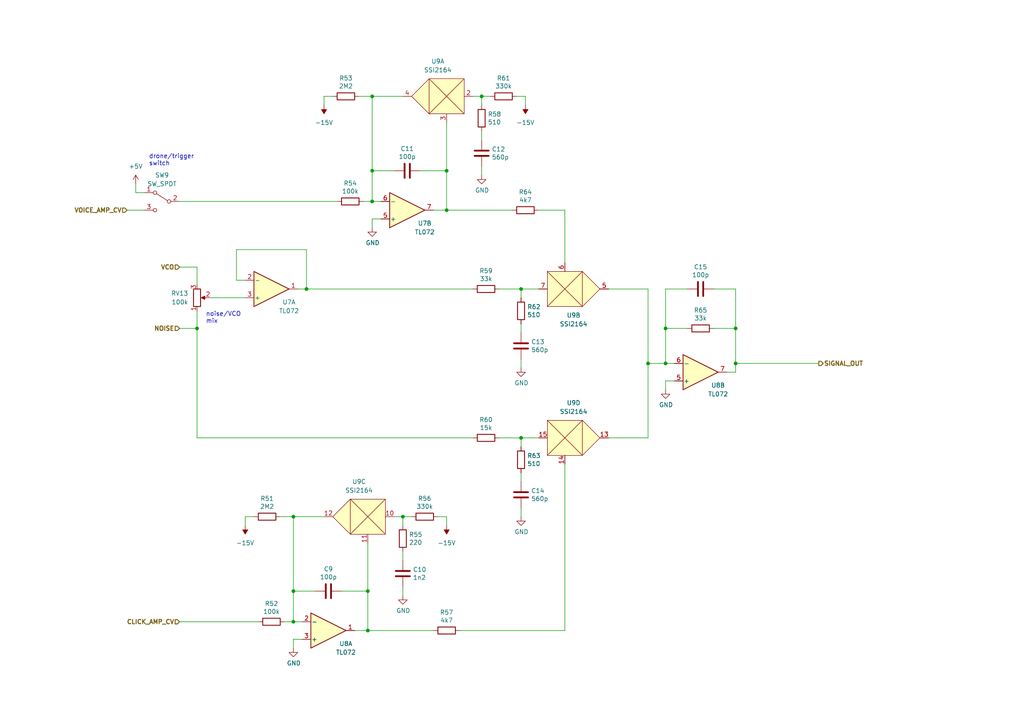
<source format=kicad_sch>
(kicad_sch (version 20230121) (generator eeschema)
  (paper "A4")
  (title_block (title "J.P. Fundrums") (date "2023-02-02") (rev "0") (comment 1 "creativecommons.org/licences/by/4.0/") (comment 2 "Licence: CC by 4.0") (comment 3 "Author: Jordan Aceto"))
  (lib_symbols
    (symbol "Amplifier_Operational:TL072" (pin_names (offset 0.127))
      (property "Reference" "U" (at 0 5.08 0))
      (property "Value" "TL072" (at 0 -5.08 0))
      (symbol "TL072_1_1"
        (polyline (pts (xy -5.08 5.08) (xy 5.08 0) (xy -5.08 -5.08) (xy -5.08 5.08)) (stroke (width 0.254)) (fill (type background)))
        (pin output line (at 7.62 0 180) (length 2.54) (name "~") (number "1"))
        (pin input line (at -7.62 -2.54 0) (length 2.54) (name "-") (number "2"))
        (pin input line (at -7.62 2.54 0) (length 2.54) (name "+") (number "3"))
      )
      (symbol "TL072_2_1"
        (polyline (pts (xy -5.08 5.08) (xy 5.08 0) (xy -5.08 -5.08) (xy -5.08 5.08)) (stroke (width 0.254)) (fill (type background)))
        (pin input line (at -7.62 2.54 0) (length 2.54) (name "+") (number "5"))
        (pin input line (at -7.62 -2.54 0) (length 2.54) (name "-") (number "6"))
        (pin output line (at 7.62 0 180) (length 2.54) (name "~") (number "7"))
      )
      (symbol "TL072_3_1"
        (pin power_in line (at -2.54 -7.62 90) (length 3.81) (name "V-") (number "4"))
        (pin power_in line (at -2.54 7.62 270) (length 3.81) (name "V+") (number "8"))
      )
    )
    (symbol "Device:C" (pin_numbers hide) (pin_names (offset 0.254))
      (property "Reference" "C" (at 0.635 2.54 0))
      (property "Value" "C" (at 0.635 -2.54 0))
      (symbol "C_0_1"
        (polyline (pts (xy -2.032 -0.762) (xy 2.032 -0.762)) (stroke (width 0.508)))
        (polyline (pts (xy -2.032 0.762) (xy 2.032 0.762)) (stroke (width 0.508)))
      )
      (symbol "C_1_1"
        (pin passive line (at 0 3.81 270) (length 2.794) (name "~") (number "1"))
        (pin passive line (at 0 -3.81 90) (length 2.794) (name "~") (number "2"))
      )
    )
    (symbol "Device:R" (pin_numbers hide) (pin_names (offset 0))
      (property "Reference" "R" (at 2.032 0 90))
      (property "Value" "R" (at 0 0 90))
      (symbol "R_0_1"
        (rectangle (start -1.016 -2.54) (end 1.016 2.54) (stroke (width 0.254)))
      )
      (symbol "R_1_1"
        (pin passive line (at 0 3.81 270) (length 1.27) (name "~") (number "1"))
        (pin passive line (at 0 -3.81 90) (length 1.27) (name "~") (number "2"))
      )
    )
    (symbol "Device:R_Potentiometer" (pin_names (offset 1.016) hide)
      (property "Reference" "RV" (at -4.445 0 90))
      (property "Value" "R_Potentiometer" (at -2.54 0 90))
      (symbol "R_Potentiometer_0_1"
        (polyline (pts (xy 2.54 0) (xy 1.524 0)))
        (polyline (pts (xy 1.143 0) (xy 2.286 0.508) (xy 2.286 -0.508) (xy 1.143 0)) (fill (type outline)))
        (rectangle (start 1.016 2.54) (end -1.016 -2.54) (stroke (width 0.254)))
      )
      (symbol "R_Potentiometer_1_1"
        (pin passive line (at 0 3.81 270) (length 1.27) (name "1") (number "1"))
        (pin passive line (at 3.81 0 180) (length 1.27) (name "2") (number "2"))
        (pin passive line (at 0 -3.81 90) (length 1.27) (name "3") (number "3"))
      )
    )
    (symbol "Switch:SW_SPDT" (pin_names (offset 0) hide)
      (property "Reference" "SW" (at 0 4.318 0))
      (property "Value" "SW_SPDT" (at 0 -5.08 0))
      (symbol "SW_SPDT_0_0"
        (circle (center -2.032 0) (radius 0.508))
        (circle (center 2.032 -2.54) (radius 0.508))
      )
      (symbol "SW_SPDT_0_1"
        (polyline (pts (xy -1.524 0.254) (xy 1.651 2.286)))
        (circle (center 2.032 2.54) (radius 0.508))
      )
      (symbol "SW_SPDT_1_1"
        (pin passive line (at 5.08 2.54 180) (length 2.54) (name "A") (number "1"))
        (pin passive line (at -5.08 0 0) (length 2.54) (name "B") (number "2"))
        (pin passive line (at 5.08 -2.54 180) (length 2.54) (name "C") (number "3"))
      )
    )
    (symbol "custom_symbols:SSI2164" (pin_names (offset 1.016))
      (property "Reference" "U?" (at 2.54 10.16 0))
      (property "Value" "SSI2164" (at 2.54 7.62 0))
      (symbol "SSI2164_1_1"
        (rectangle (start -5.08 5.08) (end 5.08 -5.08) (fill (type background)))
        (polyline (pts (xy 5.08 5.08) (xy -5.08 -5.08)))
        (polyline (pts (xy 5.08 5.08) (xy 10.16 0) (xy 5.08 -5.08) (xy -5.08 5.08)) (fill (type background)))
        (pin input line (at -7.62 0 0) (length 2.54) (name "~") (number "2"))
        (pin input line (at 0 -7.62 90) (length 2.54) (name "~") (number "3"))
        (pin output line (at 12.7 0 180) (length 2.54) (name "~") (number "4"))
      )
      (symbol "SSI2164_2_1"
        (rectangle (start -5.08 5.08) (end 5.08 -5.08) (fill (type background)))
        (polyline (pts (xy 5.08 5.08) (xy -5.08 -5.08)))
        (polyline (pts (xy 5.08 5.08) (xy 10.16 0) (xy 5.08 -5.08) (xy -5.08 5.08)) (fill (type background)))
        (pin output line (at 12.7 0 180) (length 2.54) (name "~") (number "5"))
        (pin input line (at 0 -7.62 90) (length 2.54) (name "~") (number "6"))
        (pin input line (at -7.62 0 0) (length 2.54) (name "~") (number "7"))
      )
      (symbol "SSI2164_3_1"
        (rectangle (start -5.08 5.08) (end 5.08 -5.08) (fill (type background)))
        (polyline (pts (xy 5.08 5.08) (xy -5.08 -5.08)))
        (polyline (pts (xy 5.08 5.08) (xy 10.16 0) (xy 5.08 -5.08) (xy -5.08 5.08)) (fill (type background)))
        (pin input line (at -7.62 0 0) (length 2.54) (name "~") (number "10"))
        (pin input line (at 0 -7.62 90) (length 2.54) (name "~") (number "11"))
        (pin output line (at 12.7 0 180) (length 2.54) (name "~") (number "12"))
      )
      (symbol "SSI2164_4_1"
        (rectangle (start -5.08 5.08) (end 5.08 -5.08) (fill (type background)))
        (polyline (pts (xy 5.08 5.08) (xy -5.08 -5.08)))
        (polyline (pts (xy 5.08 5.08) (xy 10.16 0) (xy 5.08 -5.08) (xy -5.08 5.08)) (fill (type background)))
        (pin output line (at 12.7 0 180) (length 2.54) (name "~") (number "13"))
        (pin input line (at 0 -7.62 90) (length 2.54) (name "~") (number "14"))
        (pin input line (at -7.62 0 0) (length 2.54) (name "~") (number "15"))
      )
      (symbol "SSI2164_5_1"
        (rectangle (start 2.54 6.35) (end -5.08 -11.43) (fill (type background)))
        (pin input line (at 5.08 -10.16 180) (length 2.54) (name "mode") (number "1"))
        (pin power_in line (at 5.08 5.08 180) (length 2.54) (name "V+") (number "16"))
        (pin power_in line (at 5.08 0 180) (length 2.54) (name "gnd") (number "8"))
        (pin power_in line (at 5.08 -5.08 180) (length 2.54) (name "V-") (number "9"))
      )
    )
    (symbol "power:+5V" (power) (pin_names (offset 0))
      (property "Value" "+5V" (at 0 3.556 0))
      (symbol "+5V_0_1"
        (polyline (pts (xy -0.762 1.27) (xy 0 2.54)))
        (polyline (pts (xy 0 0) (xy 0 2.54)))
        (polyline (pts (xy 0 2.54) (xy 0.762 1.27)))
      )
      (symbol "+5V_1_1"
        (pin power_in line (at 0 0 90) (length 0) hide (name "+5V") (number "1"))
      )
    )
    (symbol "power:-15V" (power) (pin_names (offset 0))
      (property "Value" "-15V" (at 0 3.81 0))
      (symbol "-15V_0_0"
        (pin power_in line (at 0 0 90) (length 0) hide (name "-15V") (number "1"))
      )
      (symbol "-15V_0_1"
        (polyline (pts (xy 0 0) (xy 0 1.27) (xy 0.762 1.27) (xy 0 2.54) (xy -0.762 1.27) (xy 0 1.27)) (fill (type outline)))
      )
    )
    (symbol "power:GND" (power) (pin_names (offset 0))
      (property "Value" "GND" (at 0 -3.81 0))
      (symbol "GND_0_1"
        (polyline (pts (xy 0 0) (xy 0 -1.27) (xy 1.27 -1.27) (xy 0 -2.54) (xy -1.27 -1.27) (xy 0 -1.27)))
      )
      (symbol "GND_1_1"
        (pin power_in line (at 0 0 270) (length 0) hide (name "GND") (number "1"))
      )
    )
  )
  (junction (at 107.95 49.53))
  (junction (at 213.36 95.25))
  (junction (at 107.95 27.94))
  (junction (at 187.96 105.41))
  (junction (at 106.68 182.88))
  (junction (at 57.15 95.25))
  (junction (at 85.09 171.45))
  (junction (at 151.13 127))
  (junction (at 116.84 149.86))
  (junction (at 129.54 49.53))
  (junction (at 106.68 171.45))
  (junction (at 107.95 58.42))
  (junction (at 139.7 27.94))
  (junction (at 129.54 60.96))
  (junction (at 85.09 149.86))
  (junction (at 193.04 95.25))
  (junction (at 88.9 83.82))
  (junction (at 193.04 105.41))
  (junction (at 85.09 180.34))
  (junction (at 213.36 105.41))
  (junction (at 151.13 83.82))
  (wire (pts (xy 193.04 110.49) (xy 195.58 110.49)))
  (wire (pts (xy 151.13 86.36) (xy 151.13 83.82)))
  (wire (pts (xy 106.68 182.88) (xy 102.87 182.88)))
  (wire (pts (xy 213.36 95.25) (xy 207.01 95.25)))
  (wire (pts (xy 52.07 180.34) (xy 74.93 180.34)))
  (wire (pts (xy 107.95 58.42) (xy 107.95 49.53)))
  (wire (pts (xy 116.84 27.94) (xy 107.95 27.94)))
  (wire (pts (xy 176.53 127) (xy 187.96 127)))
  (wire (pts (xy 148.59 60.96) (xy 129.54 60.96)))
  (wire (pts (xy 237.49 105.41) (xy 213.36 105.41)))
  (wire (pts (xy 193.04 95.25) (xy 193.04 105.41)))
  (wire (pts (xy 129.54 49.53) (xy 129.54 60.96)))
  (wire (pts (xy 121.92 49.53) (xy 129.54 49.53)))
  (wire (pts (xy 152.4 27.94) (xy 149.86 27.94)))
  (wire (pts (xy 87.63 185.42) (xy 85.09 185.42)))
  (wire (pts (xy 81.28 149.86) (xy 85.09 149.86)))
  (wire (pts (xy 151.13 129.54) (xy 151.13 127)))
  (wire (pts (xy 85.09 149.86) (xy 85.09 171.45)))
  (wire (pts (xy 151.13 96.52) (xy 151.13 93.98)))
  (wire (pts (xy 139.7 50.8) (xy 139.7 48.26)))
  (wire (pts (xy 52.07 95.25) (xy 57.15 95.25)))
  (wire (pts (xy 71.12 152.4) (xy 71.12 149.86)))
  (wire (pts (xy 142.24 27.94) (xy 139.7 27.94)))
  (wire (pts (xy 106.68 171.45) (xy 106.68 157.48)))
  (wire (pts (xy 213.36 105.41) (xy 213.36 95.25)))
  (wire (pts (xy 71.12 81.28) (xy 68.58 81.28)))
  (wire (pts (xy 213.36 83.82) (xy 213.36 95.25)))
  (wire (pts (xy 207.01 83.82) (xy 213.36 83.82)))
  (wire (pts (xy 133.35 182.88) (xy 163.83 182.88)))
  (wire (pts (xy 187.96 105.41) (xy 187.96 83.82)))
  (wire (pts (xy 68.58 72.39) (xy 88.9 72.39)))
  (wire (pts (xy 99.06 171.45) (xy 106.68 171.45)))
  (wire (pts (xy 52.07 58.42) (xy 97.79 58.42)))
  (wire (pts (xy 52.07 77.47) (xy 57.15 77.47)))
  (wire (pts (xy 144.78 127) (xy 151.13 127)))
  (wire (pts (xy 60.96 86.36) (xy 71.12 86.36)))
  (wire (pts (xy 85.09 171.45) (xy 91.44 171.45)))
  (wire (pts (xy 187.96 127) (xy 187.96 105.41)))
  (wire (pts (xy 151.13 83.82) (xy 156.21 83.82)))
  (wire (pts (xy 129.54 49.53) (xy 129.54 35.56)))
  (wire (pts (xy 213.36 107.95) (xy 213.36 105.41)))
  (wire (pts (xy 125.73 182.88) (xy 106.68 182.88)))
  (wire (pts (xy 151.13 106.68) (xy 151.13 104.14)))
  (wire (pts (xy 129.54 149.86) (xy 127 149.86)))
  (wire (pts (xy 195.58 105.41) (xy 193.04 105.41)))
  (wire (pts (xy 107.95 49.53) (xy 114.3 49.53)))
  (wire (pts (xy 163.83 134.62) (xy 163.83 182.88)))
  (wire (pts (xy 139.7 40.64) (xy 139.7 38.1)))
  (wire (pts (xy 93.98 30.48) (xy 93.98 27.94)))
  (wire (pts (xy 106.68 171.45) (xy 106.68 182.88)))
  (wire (pts (xy 57.15 127) (xy 137.16 127)))
  (wire (pts (xy 87.63 180.34) (xy 85.09 180.34)))
  (wire (pts (xy 107.95 63.5) (xy 107.95 66.04)))
  (wire (pts (xy 151.13 127) (xy 156.21 127)))
  (wire (pts (xy 116.84 149.86) (xy 114.3 149.86)))
  (wire (pts (xy 151.13 139.7) (xy 151.13 137.16)))
  (wire (pts (xy 193.04 113.03) (xy 193.04 110.49)))
  (wire (pts (xy 193.04 83.82) (xy 193.04 95.25)))
  (wire (pts (xy 116.84 152.4) (xy 116.84 149.86)))
  (wire (pts (xy 187.96 105.41) (xy 193.04 105.41)))
  (wire (pts (xy 156.21 60.96) (xy 163.83 60.96)))
  (wire (pts (xy 57.15 77.47) (xy 57.15 82.55)))
  (wire (pts (xy 107.95 27.94) (xy 107.95 49.53)))
  (wire (pts (xy 193.04 95.25) (xy 199.39 95.25)))
  (wire (pts (xy 199.39 83.82) (xy 193.04 83.82)))
  (wire (pts (xy 85.09 180.34) (xy 85.09 171.45)))
  (wire (pts (xy 57.15 95.25) (xy 57.15 90.17)))
  (wire (pts (xy 139.7 30.48) (xy 139.7 27.94)))
  (wire (pts (xy 152.4 30.48) (xy 152.4 27.94)))
  (wire (pts (xy 116.84 172.72) (xy 116.84 170.18)))
  (wire (pts (xy 187.96 83.82) (xy 176.53 83.82)))
  (wire (pts (xy 129.54 152.4) (xy 129.54 149.86)))
  (wire (pts (xy 68.58 81.28) (xy 68.58 72.39)))
  (wire (pts (xy 85.09 185.42) (xy 85.09 187.96)))
  (wire (pts (xy 210.82 107.95) (xy 213.36 107.95)))
  (wire (pts (xy 36.83 60.96) (xy 41.91 60.96)))
  (wire (pts (xy 119.38 149.86) (xy 116.84 149.86)))
  (wire (pts (xy 88.9 83.82) (xy 137.16 83.82)))
  (wire (pts (xy 93.98 27.94) (xy 96.52 27.94)))
  (wire (pts (xy 71.12 149.86) (xy 73.66 149.86)))
  (wire (pts (xy 82.55 180.34) (xy 85.09 180.34)))
  (wire (pts (xy 86.36 83.82) (xy 88.9 83.82)))
  (wire (pts (xy 129.54 60.96) (xy 125.73 60.96)))
  (wire (pts (xy 110.49 63.5) (xy 107.95 63.5)))
  (wire (pts (xy 39.37 53.34) (xy 39.37 55.88)))
  (wire (pts (xy 39.37 55.88) (xy 41.91 55.88)))
  (wire (pts (xy 93.98 149.86) (xy 85.09 149.86)))
  (wire (pts (xy 104.14 27.94) (xy 107.95 27.94)))
  (wire (pts (xy 57.15 127) (xy 57.15 95.25)))
  (wire (pts (xy 116.84 162.56) (xy 116.84 160.02)))
  (wire (pts (xy 151.13 149.86) (xy 151.13 147.32)))
  (wire (pts (xy 139.7 27.94) (xy 137.16 27.94)))
  (wire (pts (xy 144.78 83.82) (xy 151.13 83.82)))
  (wire (pts (xy 88.9 72.39) (xy 88.9 83.82)))
  (wire (pts (xy 105.41 58.42) (xy 107.95 58.42)))
  (wire (pts (xy 110.49 58.42) (xy 107.95 58.42)))
  (wire (pts (xy 163.83 60.96) (xy 163.83 76.2)))
  (text "drone/trigger\nswitch" (at 43.18 48.26 0) (effects (font (size 1.27 1.27)) (justify left bottom)))
  (text "noise/VCO\nmix" (at 59.69 93.98 0) (effects (font (size 1.27 1.27)) (justify left bottom)))
  (hierarchical_label "VOICE_AMP_CV" (shape input) (at 36.83 60.96 180) (effects (font bold)))
  (hierarchical_label "VCO" (shape input) (at 52.07 77.47 180) (effects (font bold)))
  (hierarchical_label "SIGNAL_OUT" (shape output) (at 237.49 105.41 0) (effects (font bold)))
  (hierarchical_label "CLICK_AMP_CV" (shape input) (at 52.07 180.34 180) (effects (font bold)))
  (hierarchical_label "NOISE" (shape input) (at 52.07 95.25 180) (effects (font bold)))
  (symbol (lib_id "power:-15V") (at 93.98 30.48 0) (mirror x) (unit 1)
    (property "Reference" "#PWR0148" (effects hide))
    (property "Value" "-15V" (at 93.98 35.56 0))
    (instances (project "fundrums" (path "" (reference "#PWR0148") (unit 1)) (path "" (reference "#PWR0225") (unit 1)) (path "" (reference "#PWR0302") (unit 1)) (path "" (reference "#PWR0379") (unit 1))))
  )
  (symbol (lib_id "Switch:SW_SPDT") (at 46.99 58.42 0) (mirror y) (unit 1)
    (property "Reference" "SW9" (at 46.99 50.8 0))
    (property "Value" "SW_SPDT" (at 46.99 53.34 0))
    (instances (project "fundrums" (path "" (reference "SW9") (unit 1)) (path "" (reference "SW16") (unit 1)) (path "" (reference "SW23") (unit 1)) (path "" (reference "SW30") (unit 1))))
  )
  (symbol (lib_id "Device:C") (at 151.13 100.33 0) (unit 1)
    (property "Reference" "C13" (at 154.051 99.1616 0) (effects (justify left)))
    (property "Value" "560p" (at 154.051 101.473 0) (effects (justify left)))
    (property "Footprint" "Capacitor_SMD:C_0805_2012Metric" (effects hide))
    (instances (project "fundrums" (path "" (reference "C13") (unit 1)) (path "" (reference "C37") (unit 1)) (path "" (reference "C61") (unit 1)) (path "" (reference "C85") (unit 1))))
  )
  (symbol (lib_id "custom_symbols:SSI2164") (at 163.83 127 0) (unit 4)
    (property "Reference" "U9" (at 166.37 116.84 0))
    (property "Value" "SSI2164" (at 166.37 119.38 0))
    (property "Footprint" "Package_SO:SO-16_3.9x9.9mm_P1.27mm" (effects hide))
    (instances (project "fundrums" (path "" (reference "U9") (unit 4)) (path "" (reference "U22") (unit 4)) (path "" (reference "U35") (unit 4)) (path "" (reference "U47") (unit 4))))
  )
  (symbol (lib_id "Device:R") (at 140.97 127 270) (unit 1)
    (property "Reference" "R60" (at 140.97 121.7422 90))
    (property "Value" "15k" (at 140.97 124.0536 90))
    (property "Footprint" "Resistor_SMD:R_0805_2012Metric" (effects hide))
    (instances (project "fundrums" (path "" (reference "R60") (unit 1)) (path "" (reference "R147") (unit 1)) (path "" (reference "R234") (unit 1)) (path "" (reference "R321") (unit 1))))
  )
  (symbol (lib_id "Device:C") (at 151.13 143.51 0) (unit 1)
    (property "Reference" "C14" (at 154.051 142.3416 0) (effects (justify left)))
    (property "Value" "560p" (at 154.051 144.653 0) (effects (justify left)))
    (property "Footprint" "Capacitor_SMD:C_0805_2012Metric" (effects hide))
    (instances (project "fundrums" (path "" (reference "C14") (unit 1)) (path "" (reference "C38") (unit 1)) (path "" (reference "C62") (unit 1)) (path "" (reference "C86") (unit 1))))
  )
  (symbol (lib_id "power:GND") (at 107.95 66.04 0) (unit 1)
    (property "Reference" "#PWR0149" (effects hide))
    (property "Value" "GND" (at 108.077 70.4342 0))
    (instances (project "fundrums" (path "" (reference "#PWR0149") (unit 1)) (path "" (reference "#PWR0226") (unit 1)) (path "" (reference "#PWR0303") (unit 1)) (path "" (reference "#PWR0380") (unit 1))))
  )
  (symbol (lib_id "Device:R") (at 77.47 149.86 270) (unit 1)
    (property "Reference" "R51" (at 77.47 144.6022 90))
    (property "Value" "2M2" (at 77.47 146.9136 90))
    (property "Footprint" "Resistor_SMD:R_0805_2012Metric" (effects hide))
    (instances (project "fundrums" (path "" (reference "R51") (unit 1)) (path "" (reference "R138") (unit 1)) (path "" (reference "R225") (unit 1)) (path "" (reference "R312") (unit 1))))
  )
  (symbol (lib_id "Device:R") (at 123.19 149.86 90) (mirror x) (unit 1)
    (property "Reference" "R56" (at 123.19 144.6022 90))
    (property "Value" "330k" (at 123.19 146.9136 90))
    (property "Footprint" "Resistor_SMD:R_0805_2012Metric" (effects hide))
    (instances (project "fundrums" (path "" (reference "R56") (unit 1)) (path "" (reference "R143") (unit 1)) (path "" (reference "R230") (unit 1)) (path "" (reference "R317") (unit 1))))
  )
  (symbol (lib_id "power:GND") (at 139.7 50.8 0) (unit 1)
    (property "Reference" "#PWR0152" (effects hide))
    (property "Value" "GND" (at 139.827 55.1942 0))
    (instances (project "fundrums" (path "" (reference "#PWR0152") (unit 1)) (path "" (reference "#PWR0229") (unit 1)) (path "" (reference "#PWR0306") (unit 1)) (path "" (reference "#PWR0383") (unit 1))))
  )
  (symbol (lib_id "Amplifier_Operational:TL072") (at 203.2 107.95 0) (mirror x) (unit 2)
    (property "Reference" "U8" (at 208.28 111.76 0))
    (property "Value" "TL072" (at 208.28 114.3 0))
    (property "Footprint" "Package_SO:SOIC-8_3.9x4.9mm_P1.27mm" (effects hide))
    (property "Datasheet" "http://www.ti.com/lit/ds/symlink/tl071.pdf" (effects hide))
    (instances (project "fundrums" (path "" (reference "U8") (unit 2)) (path "" (reference "U23") (unit 2)) (path "" (reference "U36") (unit 2)) (path "" (reference "U48") (unit 2))))
  )
  (symbol (lib_id "Device:C") (at 116.84 166.37 0) (unit 1)
    (property "Reference" "C10" (at 119.761 165.2016 0) (effects (justify left)))
    (property "Value" "1n2" (at 119.761 167.513 0) (effects (justify left)))
    (property "Footprint" "Capacitor_SMD:C_0805_2012Metric" (effects hide))
    (instances (project "fundrums" (path "" (reference "C10") (unit 1)) (path "" (reference "C34") (unit 1)) (path "" (reference "C58") (unit 1)) (path "" (reference "C82") (unit 1))))
  )
  (symbol (lib_id "Device:R") (at 100.33 27.94 270) (unit 1)
    (property "Reference" "R53" (at 100.33 22.6822 90))
    (property "Value" "2M2" (at 100.33 24.9936 90))
    (property "Footprint" "Resistor_SMD:R_0805_2012Metric" (effects hide))
    (instances (project "fundrums" (path "" (reference "R53") (unit 1)) (path "" (reference "R140") (unit 1)) (path "" (reference "R227") (unit 1)) (path "" (reference "R314") (unit 1))))
  )
  (symbol (lib_id "Device:R") (at 140.97 83.82 270) (unit 1)
    (property "Reference" "R59" (at 140.97 78.5622 90))
    (property "Value" "33k" (at 140.97 80.8736 90))
    (property "Footprint" "Resistor_SMD:R_0805_2012Metric" (effects hide))
    (instances (project "fundrums" (path "" (reference "R59") (unit 1)) (path "" (reference "R146") (unit 1)) (path "" (reference "R233") (unit 1)) (path "" (reference "R320") (unit 1))))
  )
  (symbol (lib_id "Device:R_Potentiometer") (at 57.15 86.36 0) (mirror x) (unit 1)
    (property "Reference" "RV13" (at 54.61 85.0899 0) (effects (justify right)))
    (property "Value" "100k" (at 54.61 87.6299 0) (effects (justify right)))
    (instances (project "fundrums" (path "" (reference "RV13") (unit 1)) (path "" (reference "RV25") (unit 1)) (path "" (reference "RV37") (unit 1)) (path "" (reference "RV49") (unit 1))))
  )
  (symbol (lib_id "power:+5V") (at 39.37 53.34 0) (unit 1)
    (property "Reference" "#PWR0145" (effects hide))
    (property "Value" "+5V" (at 39.37 48.26 0))
    (instances (project "fundrums" (path "" (reference "#PWR0145") (unit 1)) (path "" (reference "#PWR0222") (unit 1)) (path "" (reference "#PWR0299") (unit 1)) (path "" (reference "#PWR0376") (unit 1))))
  )
  (symbol (lib_id "Device:R") (at 78.74 180.34 270) (unit 1)
    (property "Reference" "R52" (at 78.74 175.0822 90))
    (property "Value" "100k" (at 78.74 177.3936 90))
    (property "Footprint" "Resistor_SMD:R_0805_2012Metric" (effects hide))
    (instances (project "fundrums" (path "" (reference "R52") (unit 1)) (path "" (reference "R139") (unit 1)) (path "" (reference "R226") (unit 1)) (path "" (reference "R313") (unit 1))))
  )
  (symbol (lib_id "Device:R") (at 116.84 156.21 0) (unit 1)
    (property "Reference" "R55" (at 118.618 155.0416 0) (effects (justify left)))
    (property "Value" "220" (at 118.618 157.353 0) (effects (justify left)))
    (property "Footprint" "Resistor_SMD:R_0805_2012Metric" (effects hide))
    (instances (project "fundrums" (path "" (reference "R55") (unit 1)) (path "" (reference "R142") (unit 1)) (path "" (reference "R229") (unit 1)) (path "" (reference "R316") (unit 1))))
  )
  (symbol (lib_id "power:-15V") (at 129.54 152.4 180) (unit 1)
    (property "Reference" "#PWR0151" (effects hide))
    (property "Value" "-15V" (at 129.54 157.48 0))
    (instances (project "fundrums" (path "" (reference "#PWR0151") (unit 1)) (path "" (reference "#PWR0228") (unit 1)) (path "" (reference "#PWR0305") (unit 1)) (path "" (reference "#PWR0382") (unit 1))))
  )
  (symbol (lib_id "Device:C") (at 95.25 171.45 270) (unit 1)
    (property "Reference" "C9" (at 95.25 165.0492 90))
    (property "Value" "100p" (at 95.25 167.3606 90))
    (property "Footprint" "Capacitor_SMD:C_0805_2012Metric" (effects hide))
    (instances (project "fundrums" (path "" (reference "C9") (unit 1)) (path "" (reference "C33") (unit 1)) (path "" (reference "C57") (unit 1)) (path "" (reference "C81") (unit 1))))
  )
  (symbol (lib_id "custom_symbols:SSI2164") (at 129.54 27.94 0) (mirror y) (unit 1)
    (property "Reference" "U9" (at 127 17.78 0))
    (property "Value" "SSI2164" (at 127 20.32 0))
    (property "Footprint" "Package_SO:SO-16_3.9x9.9mm_P1.27mm" (effects hide))
    (instances (project "fundrums" (path "" (reference "U9") (unit 1)) (path "" (reference "U22") (unit 1)) (path "" (reference "U35") (unit 1)) (path "" (reference "U47") (unit 1))))
  )
  (symbol (lib_id "power:GND") (at 85.09 187.96 0) (unit 1)
    (property "Reference" "#PWR0147" (effects hide))
    (property "Value" "GND" (at 85.217 192.3542 0))
    (instances (project "fundrums" (path "" (reference "#PWR0147") (unit 1)) (path "" (reference "#PWR0224") (unit 1)) (path "" (reference "#PWR0301") (unit 1)) (path "" (reference "#PWR0378") (unit 1))))
  )
  (symbol (lib_id "Device:C") (at 139.7 44.45 0) (unit 1)
    (property "Reference" "C12" (at 142.621 43.2816 0) (effects (justify left)))
    (property "Value" "560p" (at 142.621 45.593 0) (effects (justify left)))
    (property "Footprint" "Capacitor_SMD:C_0805_2012Metric" (effects hide))
    (instances (project "fundrums" (path "" (reference "C12") (unit 1)) (path "" (reference "C36") (unit 1)) (path "" (reference "C60") (unit 1)) (path "" (reference "C84") (unit 1))))
  )
  (symbol (lib_id "power:GND") (at 151.13 149.86 0) (unit 1)
    (property "Reference" "#PWR051" (effects hide))
    (property "Value" "GND" (at 151.257 154.2542 0))
    (instances (project "fundrums" (path "" (reference "#PWR051") (unit 1)) (path "" (reference "#PWR050") (unit 1)) (path "" (reference "#PWR052") (unit 1)) (path "" (reference "#PWR053") (unit 1))))
  )
  (symbol (lib_id "Device:C") (at 203.2 83.82 270) (unit 1)
    (property "Reference" "C15" (at 203.2 77.4192 90))
    (property "Value" "100p" (at 203.2 79.7306 90))
    (property "Footprint" "Capacitor_SMD:C_0805_2012Metric" (effects hide))
    (instances (project "fundrums" (path "" (reference "C15") (unit 1)) (path "" (reference "C39") (unit 1)) (path "" (reference "C63") (unit 1)) (path "" (reference "C87") (unit 1))))
  )
  (symbol (lib_id "Device:R") (at 146.05 27.94 90) (mirror x) (unit 1)
    (property "Reference" "R61" (at 146.05 22.6822 90))
    (property "Value" "330k" (at 146.05 24.9936 90))
    (property "Footprint" "Resistor_SMD:R_0805_2012Metric" (effects hide))
    (instances (project "fundrums" (path "" (reference "R61") (unit 1)) (path "" (reference "R148") (unit 1)) (path "" (reference "R235") (unit 1)) (path "" (reference "R322") (unit 1))))
  )
  (symbol (lib_id "Device:R") (at 139.7 34.29 0) (unit 1)
    (property "Reference" "R58" (at 141.478 33.1216 0) (effects (justify left)))
    (property "Value" "510" (at 141.478 35.433 0) (effects (justify left)))
    (property "Footprint" "Resistor_SMD:R_0805_2012Metric" (effects hide))
    (instances (project "fundrums" (path "" (reference "R58") (unit 1)) (path "" (reference "R145") (unit 1)) (path "" (reference "R232") (unit 1)) (path "" (reference "R319") (unit 1))))
  )
  (symbol (lib_id "Device:R") (at 151.13 133.35 0) (unit 1)
    (property "Reference" "R63" (at 152.908 132.1816 0) (effects (justify left)))
    (property "Value" "510" (at 152.908 134.493 0) (effects (justify left)))
    (property "Footprint" "Resistor_SMD:R_0805_2012Metric" (effects hide))
    (instances (project "fundrums" (path "" (reference "R63") (unit 1)) (path "" (reference "R150") (unit 1)) (path "" (reference "R237") (unit 1)) (path "" (reference "R324") (unit 1))))
  )
  (symbol (lib_id "Device:R") (at 203.2 95.25 270) (unit 1)
    (property "Reference" "R65" (at 203.2 89.9922 90))
    (property "Value" "33k" (at 203.2 92.3036 90))
    (property "Footprint" "Resistor_SMD:R_0805_2012Metric" (effects hide))
    (instances (project "fundrums" (path "" (reference "R65") (unit 1)) (path "" (reference "R152") (unit 1)) (path "" (reference "R239") (unit 1)) (path "" (reference "R326") (unit 1))))
  )
  (symbol (lib_id "Device:R") (at 152.4 60.96 270) (unit 1)
    (property "Reference" "R64" (at 152.4 55.7022 90))
    (property "Value" "4k7" (at 152.4 58.0136 90))
    (property "Footprint" "Resistor_SMD:R_0805_2012Metric" (effects hide))
    (instances (project "fundrums" (path "" (reference "R64") (unit 1)) (path "" (reference "R151") (unit 1)) (path "" (reference "R238") (unit 1)) (path "" (reference "R325") (unit 1))))
  )
  (symbol (lib_id "Device:C") (at 118.11 49.53 270) (unit 1)
    (property "Reference" "C11" (at 118.11 43.1292 90))
    (property "Value" "100p" (at 118.11 45.4406 90))
    (property "Footprint" "Capacitor_SMD:C_0805_2012Metric" (effects hide))
    (instances (project "fundrums" (path "" (reference "C11") (unit 1)) (path "" (reference "C35") (unit 1)) (path "" (reference "C59") (unit 1)) (path "" (reference "C83") (unit 1))))
  )
  (symbol (lib_id "power:-15V") (at 71.12 152.4 0) (mirror x) (unit 1)
    (property "Reference" "#PWR0146" (effects hide))
    (property "Value" "-15V" (at 71.12 157.48 0))
    (instances (project "fundrums" (path "" (reference "#PWR0146") (unit 1)) (path "" (reference "#PWR0223") (unit 1)) (path "" (reference "#PWR0300") (unit 1)) (path "" (reference "#PWR0377") (unit 1))))
  )
  (symbol (lib_id "custom_symbols:SSI2164") (at 163.83 83.82 0) (mirror x) (unit 2)
    (property "Reference" "U9" (at 166.37 91.44 0))
    (property "Value" "SSI2164" (at 166.37 93.98 0))
    (property "Footprint" "Package_SO:SO-16_3.9x9.9mm_P1.27mm" (effects hide))
    (instances (project "fundrums" (path "" (reference "U9") (unit 2)) (path "" (reference "U22") (unit 2)) (path "" (reference "U35") (unit 2)) (path "" (reference "U47") (unit 2))))
  )
  (symbol (lib_id "Device:R") (at 129.54 182.88 270) (unit 1)
    (property "Reference" "R57" (at 129.54 177.6222 90))
    (property "Value" "4k7" (at 129.54 179.9336 90))
    (property "Footprint" "Resistor_SMD:R_0805_2012Metric" (effects hide))
    (instances (project "fundrums" (path "" (reference "R57") (unit 1)) (path "" (reference "R144") (unit 1)) (path "" (reference "R231") (unit 1)) (path "" (reference "R318") (unit 1))))
  )
  (symbol (lib_id "Device:R") (at 151.13 90.17 0) (unit 1)
    (property "Reference" "R62" (at 152.908 89.0016 0) (effects (justify left)))
    (property "Value" "510" (at 152.908 91.313 0) (effects (justify left)))
    (property "Footprint" "Resistor_SMD:R_0805_2012Metric" (effects hide))
    (instances (project "fundrums" (path "" (reference "R62") (unit 1)) (path "" (reference "R149") (unit 1)) (path "" (reference "R236") (unit 1)) (path "" (reference "R323") (unit 1))))
  )
  (symbol (lib_id "Amplifier_Operational:TL072") (at 78.74 83.82 0) (mirror x) (unit 1)
    (property "Reference" "U7" (at 83.82 87.63 0))
    (property "Value" "TL072" (at 83.82 90.17 0))
    (property "Footprint" "Package_SO:SOIC-8_3.9x4.9mm_P1.27mm" (effects hide))
    (property "Datasheet" "http://www.ti.com/lit/ds/symlink/tl071.pdf" (effects hide))
    (instances (project "fundrums" (path "" (reference "U7") (unit 1)) (path "" (reference "U21") (unit 2)) (path "" (reference "U34") (unit 1)) (path "" (reference "U46") (unit 1))))
  )
  (symbol (lib_id "power:GND") (at 116.84 172.72 0) (unit 1)
    (property "Reference" "#PWR0150" (effects hide))
    (property "Value" "GND" (at 116.967 177.1142 0))
    (instances (project "fundrums" (path "" (reference "#PWR0150") (unit 1)) (path "" (reference "#PWR0227") (unit 1)) (path "" (reference "#PWR0304") (unit 1)) (path "" (reference "#PWR0381") (unit 1))))
  )
  (symbol (lib_id "Amplifier_Operational:TL072") (at 95.25 182.88 0) (mirror x) (unit 1)
    (property "Reference" "U8" (at 100.33 186.69 0))
    (property "Value" "TL072" (at 100.33 189.23 0))
    (property "Footprint" "Package_SO:SOIC-8_3.9x4.9mm_P1.27mm" (effects hide))
    (property "Datasheet" "http://www.ti.com/lit/ds/symlink/tl071.pdf" (effects hide))
    (instances (project "fundrums" (path "" (reference "U8") (unit 1)) (path "" (reference "U23") (unit 1)) (path "" (reference "U36") (unit 1)) (path "" (reference "U48") (unit 1))))
  )
  (symbol (lib_id "Device:R") (at 101.6 58.42 270) (unit 1)
    (property "Reference" "R54" (at 101.6 53.1622 90))
    (property "Value" "100k" (at 101.6 55.4736 90))
    (property "Footprint" "Resistor_SMD:R_0805_2012Metric" (effects hide))
    (instances (project "fundrums" (path "" (reference "R54") (unit 1)) (path "" (reference "R141") (unit 1)) (path "" (reference "R228") (unit 1)) (path "" (reference "R315") (unit 1))))
  )
  (symbol (lib_id "power:GND") (at 193.04 113.03 0) (unit 1)
    (property "Reference" "#PWR0154" (effects hide))
    (property "Value" "GND" (at 193.167 117.4242 0))
    (instances (project "fundrums" (path "" (reference "#PWR0154") (unit 1)) (path "" (reference "#PWR0231") (unit 1)) (path "" (reference "#PWR0308") (unit 1)) (path "" (reference "#PWR0385") (unit 1))))
  )
  (symbol (lib_id "Amplifier_Operational:TL072") (at 118.11 60.96 0) (mirror x) (unit 2)
    (property "Reference" "U7" (at 123.19 64.77 0))
    (property "Value" "TL072" (at 123.19 67.31 0))
    (property "Footprint" "Package_SO:SOIC-8_3.9x4.9mm_P1.27mm" (effects hide))
    (property "Datasheet" "http://www.ti.com/lit/ds/symlink/tl071.pdf" (effects hide))
    (instances (project "fundrums" (path "" (reference "U7") (unit 2)) (path "" (reference "U21") (unit 2)) (path "" (reference "U34") (unit 2)) (path "" (reference "U46") (unit 2))))
  )
  (symbol (lib_id "power:-15V") (at 152.4 30.48 180) (unit 1)
    (property "Reference" "#PWR0153" (effects hide))
    (property "Value" "-15V" (at 152.4 35.56 0))
    (instances (project "fundrums" (path "" (reference "#PWR0153") (unit 1)) (path "" (reference "#PWR0230") (unit 1)) (path "" (reference "#PWR0307") (unit 1)) (path "" (reference "#PWR0384") (unit 1))))
  )
  (symbol (lib_id "power:GND") (at 151.13 106.68 0) (unit 1)
    (property "Reference" "#PWR047" (effects hide))
    (property "Value" "GND" (at 151.257 111.0742 0))
    (instances (project "fundrums" (path "" (reference "#PWR047") (unit 1)) (path "" (reference "#PWR046") (unit 1)) (path "" (reference "#PWR048") (unit 1)) (path "" (reference "#PWR049") (unit 1))))
  )
  (symbol (lib_id "custom_symbols:SSI2164") (at 106.68 149.86 0) (mirror y) (unit 3)
    (property "Reference" "U9" (at 104.14 139.7 0))
    (property "Value" "SSI2164" (at 104.14 142.24 0))
    (property "Footprint" "Package_SO:SO-16_3.9x9.9mm_P1.27mm" (effects hide))
    (instances (project "fundrums" (path "" (reference "U9") (unit 3)) (path "" (reference "U22") (unit 3)) (path "" (reference "U35") (unit 3)) (path "" (reference "U47") (unit 3))))
  )
)
</source>
